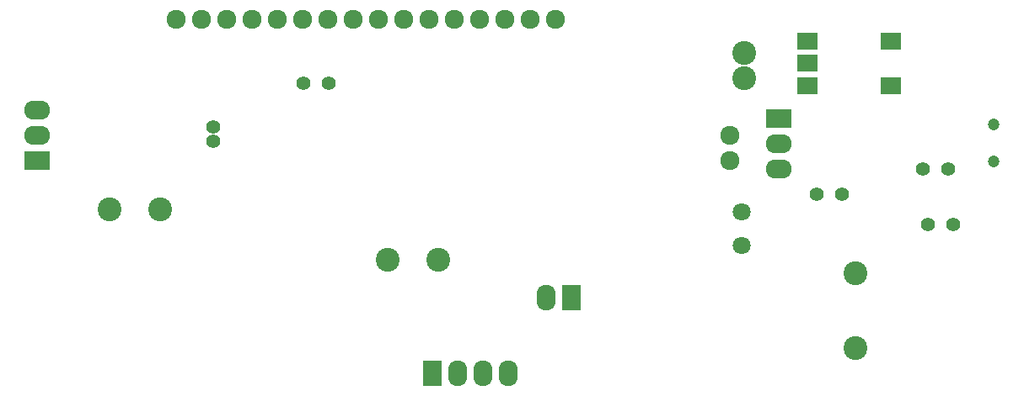
<source format=gbr>
%TF.GenerationSoftware,KiCad,Pcbnew,(2015-12-30 BZR 6409)-product*%
%TF.CreationDate,2016-01-04T10:30:51+01:00*%
%TF.ProjectId,gp8-clock,6770382D636C6F636B2E6B696361645F,rev?*%
%TF.FileFunction,Soldermask,Top*%
%FSLAX46Y46*%
G04 Gerber Fmt 4.6, Leading zero omitted, Abs format (unit mm)*
G04 Created by KiCad (PCBNEW (2015-12-30 BZR 6409)-product) date pon, 4 sty 2016, 10:30:51*
%MOMM*%
G01*
G04 APERTURE LIST*
%ADD10C,0.100000*%
%ADD11C,1.924000*%
%ADD12R,2.599640X1.924000*%
%ADD13O,2.599640X1.924000*%
%ADD14C,1.197560*%
%ADD15C,1.400760*%
%ADD16C,2.398980*%
%ADD17C,1.416000*%
%ADD18R,1.924000X2.599640*%
%ADD19O,1.924000X2.599640*%
%ADD20C,1.800000*%
%ADD21C,2.400000*%
%ADD22R,2.000000X1.800000*%
G04 APERTURE END LIST*
D10*
D11*
X155904000Y-90011000D03*
X153364000Y-90011000D03*
X150824000Y-90011000D03*
X148284000Y-90011000D03*
X145744000Y-90011000D03*
X143204000Y-90011000D03*
X140664000Y-90011000D03*
X138124000Y-90011000D03*
X135584000Y-90011000D03*
X133044000Y-90011000D03*
X130504000Y-90011000D03*
X127964000Y-90011000D03*
X125424000Y-90011000D03*
X122884000Y-90011000D03*
X120344000Y-90011000D03*
X117804000Y-90011000D03*
X173414000Y-101711000D03*
X173414000Y-104251000D03*
D12*
X103854000Y-104251000D03*
D13*
X103854000Y-101711000D03*
X103854000Y-99171000D03*
D14*
X199953700Y-104397380D03*
X199951160Y-100600080D03*
D15*
X121539000Y-102349300D03*
X121539000Y-100850700D03*
D16*
X174854000Y-93441000D03*
X174854000Y-95981000D03*
D12*
X178308000Y-100076000D03*
D13*
X178308000Y-102616000D03*
X178308000Y-105156000D03*
D17*
X130556000Y-96520000D03*
X133096000Y-96520000D03*
D18*
X143510000Y-125730000D03*
D19*
X146050000Y-125730000D03*
X148590000Y-125730000D03*
X151130000Y-125730000D03*
D17*
X192786000Y-105156000D03*
X195326000Y-105156000D03*
X193294000Y-110744000D03*
X195834000Y-110744000D03*
X182118000Y-107696000D03*
X184658000Y-107696000D03*
D20*
X174625000Y-109425000D03*
X174625000Y-112825000D03*
D21*
X186055000Y-115580160D03*
X186055000Y-123179840D03*
D22*
X189620000Y-92238000D03*
X181220000Y-92238000D03*
X181220000Y-94488000D03*
X181220000Y-96738000D03*
X189620000Y-96738000D03*
D18*
X157480000Y-118110000D03*
D19*
X154940000Y-118110000D03*
D16*
X139065000Y-114300000D03*
X144145000Y-114300000D03*
X116205000Y-109220000D03*
X111125000Y-109220000D03*
M02*

</source>
